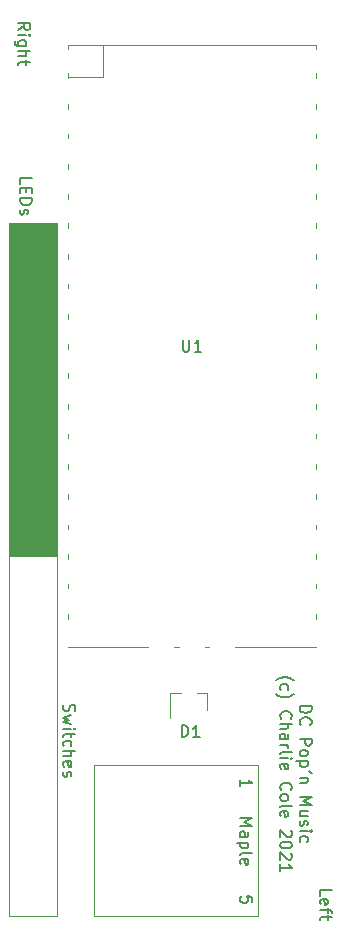
<source format=gbr>
G04 #@! TF.GenerationSoftware,KiCad,Pcbnew,(5.1.4-0-10_14)*
G04 #@! TF.CreationDate,2021-03-20T15:06:32+00:00*
G04 #@! TF.ProjectId,DriverBoard,44726976-6572-4426-9f61-72642e6b6963,rev?*
G04 #@! TF.SameCoordinates,Original*
G04 #@! TF.FileFunction,Legend,Top*
G04 #@! TF.FilePolarity,Positive*
%FSLAX46Y46*%
G04 Gerber Fmt 4.6, Leading zero omitted, Abs format (unit mm)*
G04 Created by KiCad (PCBNEW (5.1.4-0-10_14)) date 2021-03-20 15:06:32*
%MOMM*%
%LPD*%
G04 APERTURE LIST*
%ADD10C,0.150000*%
%ADD11C,0.120000*%
%ADD12C,0.100000*%
G04 APERTURE END LIST*
D10*
X75429619Y-78740714D02*
X76429619Y-78740714D01*
X76429619Y-78978809D01*
X76382000Y-79121666D01*
X76286761Y-79216904D01*
X76191523Y-79264523D01*
X76001047Y-79312142D01*
X75858190Y-79312142D01*
X75667714Y-79264523D01*
X75572476Y-79216904D01*
X75477238Y-79121666D01*
X75429619Y-78978809D01*
X75429619Y-78740714D01*
X75524857Y-80312142D02*
X75477238Y-80264523D01*
X75429619Y-80121666D01*
X75429619Y-80026428D01*
X75477238Y-79883571D01*
X75572476Y-79788333D01*
X75667714Y-79740714D01*
X75858190Y-79693095D01*
X76001047Y-79693095D01*
X76191523Y-79740714D01*
X76286761Y-79788333D01*
X76382000Y-79883571D01*
X76429619Y-80026428D01*
X76429619Y-80121666D01*
X76382000Y-80264523D01*
X76334380Y-80312142D01*
X75429619Y-81502619D02*
X76429619Y-81502619D01*
X76429619Y-81883571D01*
X76382000Y-81978809D01*
X76334380Y-82026428D01*
X76239142Y-82074047D01*
X76096285Y-82074047D01*
X76001047Y-82026428D01*
X75953428Y-81978809D01*
X75905809Y-81883571D01*
X75905809Y-81502619D01*
X75429619Y-82645476D02*
X75477238Y-82550238D01*
X75524857Y-82502619D01*
X75620095Y-82455000D01*
X75905809Y-82455000D01*
X76001047Y-82502619D01*
X76048666Y-82550238D01*
X76096285Y-82645476D01*
X76096285Y-82788333D01*
X76048666Y-82883571D01*
X76001047Y-82931190D01*
X75905809Y-82978809D01*
X75620095Y-82978809D01*
X75524857Y-82931190D01*
X75477238Y-82883571D01*
X75429619Y-82788333D01*
X75429619Y-82645476D01*
X76096285Y-83407380D02*
X75096285Y-83407380D01*
X76048666Y-83407380D02*
X76096285Y-83502619D01*
X76096285Y-83693095D01*
X76048666Y-83788333D01*
X76001047Y-83835952D01*
X75905809Y-83883571D01*
X75620095Y-83883571D01*
X75524857Y-83835952D01*
X75477238Y-83788333D01*
X75429619Y-83693095D01*
X75429619Y-83502619D01*
X75477238Y-83407380D01*
X76429619Y-84359761D02*
X76382000Y-84359761D01*
X76286761Y-84312142D01*
X76239142Y-84264523D01*
X76096285Y-84788333D02*
X75429619Y-84788333D01*
X76001047Y-84788333D02*
X76048666Y-84835952D01*
X76096285Y-84931190D01*
X76096285Y-85074047D01*
X76048666Y-85169285D01*
X75953428Y-85216904D01*
X75429619Y-85216904D01*
X75429619Y-86455000D02*
X76429619Y-86455000D01*
X75715333Y-86788333D01*
X76429619Y-87121666D01*
X75429619Y-87121666D01*
X76096285Y-88026428D02*
X75429619Y-88026428D01*
X76096285Y-87597857D02*
X75572476Y-87597857D01*
X75477238Y-87645476D01*
X75429619Y-87740714D01*
X75429619Y-87883571D01*
X75477238Y-87978809D01*
X75524857Y-88026428D01*
X75477238Y-88455000D02*
X75429619Y-88550238D01*
X75429619Y-88740714D01*
X75477238Y-88835952D01*
X75572476Y-88883571D01*
X75620095Y-88883571D01*
X75715333Y-88835952D01*
X75762952Y-88740714D01*
X75762952Y-88597857D01*
X75810571Y-88502619D01*
X75905809Y-88455000D01*
X75953428Y-88455000D01*
X76048666Y-88502619D01*
X76096285Y-88597857D01*
X76096285Y-88740714D01*
X76048666Y-88835952D01*
X75429619Y-89312142D02*
X76096285Y-89312142D01*
X76429619Y-89312142D02*
X76382000Y-89264523D01*
X76334380Y-89312142D01*
X76382000Y-89359761D01*
X76429619Y-89312142D01*
X76334380Y-89312142D01*
X75477238Y-90216904D02*
X75429619Y-90121666D01*
X75429619Y-89931190D01*
X75477238Y-89835952D01*
X75524857Y-89788333D01*
X75620095Y-89740714D01*
X75905809Y-89740714D01*
X76001047Y-89788333D01*
X76048666Y-89835952D01*
X76096285Y-89931190D01*
X76096285Y-90121666D01*
X76048666Y-90216904D01*
X73398666Y-76550238D02*
X73446285Y-76502619D01*
X73589142Y-76407380D01*
X73684380Y-76359761D01*
X73827238Y-76312142D01*
X74065333Y-76264523D01*
X74255809Y-76264523D01*
X74493904Y-76312142D01*
X74636761Y-76359761D01*
X74732000Y-76407380D01*
X74874857Y-76502619D01*
X74922476Y-76550238D01*
X73827238Y-77359761D02*
X73779619Y-77264523D01*
X73779619Y-77074047D01*
X73827238Y-76978809D01*
X73874857Y-76931190D01*
X73970095Y-76883571D01*
X74255809Y-76883571D01*
X74351047Y-76931190D01*
X74398666Y-76978809D01*
X74446285Y-77074047D01*
X74446285Y-77264523D01*
X74398666Y-77359761D01*
X73398666Y-77693095D02*
X73446285Y-77740714D01*
X73589142Y-77835952D01*
X73684380Y-77883571D01*
X73827238Y-77931190D01*
X74065333Y-77978809D01*
X74255809Y-77978809D01*
X74493904Y-77931190D01*
X74636761Y-77883571D01*
X74732000Y-77835952D01*
X74874857Y-77740714D01*
X74922476Y-77693095D01*
X73874857Y-79788333D02*
X73827238Y-79740714D01*
X73779619Y-79597857D01*
X73779619Y-79502619D01*
X73827238Y-79359761D01*
X73922476Y-79264523D01*
X74017714Y-79216904D01*
X74208190Y-79169285D01*
X74351047Y-79169285D01*
X74541523Y-79216904D01*
X74636761Y-79264523D01*
X74732000Y-79359761D01*
X74779619Y-79502619D01*
X74779619Y-79597857D01*
X74732000Y-79740714D01*
X74684380Y-79788333D01*
X73779619Y-80216904D02*
X74779619Y-80216904D01*
X73779619Y-80645476D02*
X74303428Y-80645476D01*
X74398666Y-80597857D01*
X74446285Y-80502619D01*
X74446285Y-80359761D01*
X74398666Y-80264523D01*
X74351047Y-80216904D01*
X73779619Y-81550238D02*
X74303428Y-81550238D01*
X74398666Y-81502619D01*
X74446285Y-81407380D01*
X74446285Y-81216904D01*
X74398666Y-81121666D01*
X73827238Y-81550238D02*
X73779619Y-81455000D01*
X73779619Y-81216904D01*
X73827238Y-81121666D01*
X73922476Y-81074047D01*
X74017714Y-81074047D01*
X74112952Y-81121666D01*
X74160571Y-81216904D01*
X74160571Y-81455000D01*
X74208190Y-81550238D01*
X73779619Y-82026428D02*
X74446285Y-82026428D01*
X74255809Y-82026428D02*
X74351047Y-82074047D01*
X74398666Y-82121666D01*
X74446285Y-82216904D01*
X74446285Y-82312142D01*
X73779619Y-82788333D02*
X73827238Y-82693095D01*
X73922476Y-82645476D01*
X74779619Y-82645476D01*
X73779619Y-83169285D02*
X74446285Y-83169285D01*
X74779619Y-83169285D02*
X74732000Y-83121666D01*
X74684380Y-83169285D01*
X74732000Y-83216904D01*
X74779619Y-83169285D01*
X74684380Y-83169285D01*
X73827238Y-84026428D02*
X73779619Y-83931190D01*
X73779619Y-83740714D01*
X73827238Y-83645476D01*
X73922476Y-83597857D01*
X74303428Y-83597857D01*
X74398666Y-83645476D01*
X74446285Y-83740714D01*
X74446285Y-83931190D01*
X74398666Y-84026428D01*
X74303428Y-84074047D01*
X74208190Y-84074047D01*
X74112952Y-83597857D01*
X73874857Y-85835952D02*
X73827238Y-85788333D01*
X73779619Y-85645476D01*
X73779619Y-85550238D01*
X73827238Y-85407380D01*
X73922476Y-85312142D01*
X74017714Y-85264523D01*
X74208190Y-85216904D01*
X74351047Y-85216904D01*
X74541523Y-85264523D01*
X74636761Y-85312142D01*
X74732000Y-85407380D01*
X74779619Y-85550238D01*
X74779619Y-85645476D01*
X74732000Y-85788333D01*
X74684380Y-85835952D01*
X73779619Y-86407380D02*
X73827238Y-86312142D01*
X73874857Y-86264523D01*
X73970095Y-86216904D01*
X74255809Y-86216904D01*
X74351047Y-86264523D01*
X74398666Y-86312142D01*
X74446285Y-86407380D01*
X74446285Y-86550238D01*
X74398666Y-86645476D01*
X74351047Y-86693095D01*
X74255809Y-86740714D01*
X73970095Y-86740714D01*
X73874857Y-86693095D01*
X73827238Y-86645476D01*
X73779619Y-86550238D01*
X73779619Y-86407380D01*
X73779619Y-87312142D02*
X73827238Y-87216904D01*
X73922476Y-87169285D01*
X74779619Y-87169285D01*
X73827238Y-88074047D02*
X73779619Y-87978809D01*
X73779619Y-87788333D01*
X73827238Y-87693095D01*
X73922476Y-87645476D01*
X74303428Y-87645476D01*
X74398666Y-87693095D01*
X74446285Y-87788333D01*
X74446285Y-87978809D01*
X74398666Y-88074047D01*
X74303428Y-88121666D01*
X74208190Y-88121666D01*
X74112952Y-87645476D01*
X74684380Y-89264523D02*
X74732000Y-89312142D01*
X74779619Y-89407380D01*
X74779619Y-89645476D01*
X74732000Y-89740714D01*
X74684380Y-89788333D01*
X74589142Y-89835952D01*
X74493904Y-89835952D01*
X74351047Y-89788333D01*
X73779619Y-89216904D01*
X73779619Y-89835952D01*
X74779619Y-90455000D02*
X74779619Y-90550238D01*
X74732000Y-90645476D01*
X74684380Y-90693095D01*
X74589142Y-90740714D01*
X74398666Y-90788333D01*
X74160571Y-90788333D01*
X73970095Y-90740714D01*
X73874857Y-90693095D01*
X73827238Y-90645476D01*
X73779619Y-90550238D01*
X73779619Y-90455000D01*
X73827238Y-90359761D01*
X73874857Y-90312142D01*
X73970095Y-90264523D01*
X74160571Y-90216904D01*
X74398666Y-90216904D01*
X74589142Y-90264523D01*
X74684380Y-90312142D01*
X74732000Y-90359761D01*
X74779619Y-90455000D01*
X74684380Y-91169285D02*
X74732000Y-91216904D01*
X74779619Y-91312142D01*
X74779619Y-91550238D01*
X74732000Y-91645476D01*
X74684380Y-91693095D01*
X74589142Y-91740714D01*
X74493904Y-91740714D01*
X74351047Y-91693095D01*
X73779619Y-91121666D01*
X73779619Y-91740714D01*
X73779619Y-92693095D02*
X73779619Y-92121666D01*
X73779619Y-92407380D02*
X74779619Y-92407380D01*
X74636761Y-92312142D01*
X74541523Y-92216904D01*
X74493904Y-92121666D01*
X77144619Y-94813523D02*
X77144619Y-94337333D01*
X78144619Y-94337333D01*
X77192238Y-95527809D02*
X77144619Y-95432571D01*
X77144619Y-95242095D01*
X77192238Y-95146857D01*
X77287476Y-95099238D01*
X77668428Y-95099238D01*
X77763666Y-95146857D01*
X77811285Y-95242095D01*
X77811285Y-95432571D01*
X77763666Y-95527809D01*
X77668428Y-95575428D01*
X77573190Y-95575428D01*
X77477952Y-95099238D01*
X77811285Y-95861142D02*
X77811285Y-96242095D01*
X77144619Y-96004000D02*
X78001761Y-96004000D01*
X78097000Y-96051619D01*
X78144619Y-96146857D01*
X78144619Y-96242095D01*
X77811285Y-96432571D02*
X77811285Y-96813523D01*
X78144619Y-96575428D02*
X77287476Y-96575428D01*
X77192238Y-96623047D01*
X77144619Y-96718285D01*
X77144619Y-96813523D01*
X51617619Y-21486952D02*
X52093809Y-21153619D01*
X51617619Y-20915523D02*
X52617619Y-20915523D01*
X52617619Y-21296476D01*
X52570000Y-21391714D01*
X52522380Y-21439333D01*
X52427142Y-21486952D01*
X52284285Y-21486952D01*
X52189047Y-21439333D01*
X52141428Y-21391714D01*
X52093809Y-21296476D01*
X52093809Y-20915523D01*
X51617619Y-21915523D02*
X52284285Y-21915523D01*
X52617619Y-21915523D02*
X52570000Y-21867904D01*
X52522380Y-21915523D01*
X52570000Y-21963142D01*
X52617619Y-21915523D01*
X52522380Y-21915523D01*
X52284285Y-22820285D02*
X51474761Y-22820285D01*
X51379523Y-22772666D01*
X51331904Y-22725047D01*
X51284285Y-22629809D01*
X51284285Y-22486952D01*
X51331904Y-22391714D01*
X51665238Y-22820285D02*
X51617619Y-22725047D01*
X51617619Y-22534571D01*
X51665238Y-22439333D01*
X51712857Y-22391714D01*
X51808095Y-22344095D01*
X52093809Y-22344095D01*
X52189047Y-22391714D01*
X52236666Y-22439333D01*
X52284285Y-22534571D01*
X52284285Y-22725047D01*
X52236666Y-22820285D01*
X51617619Y-23296476D02*
X52617619Y-23296476D01*
X51617619Y-23725047D02*
X52141428Y-23725047D01*
X52236666Y-23677428D01*
X52284285Y-23582190D01*
X52284285Y-23439333D01*
X52236666Y-23344095D01*
X52189047Y-23296476D01*
X52284285Y-24058380D02*
X52284285Y-24439333D01*
X52617619Y-24201238D02*
X51760476Y-24201238D01*
X51665238Y-24248857D01*
X51617619Y-24344095D01*
X51617619Y-24439333D01*
X55475238Y-78613380D02*
X55427619Y-78756238D01*
X55427619Y-78994333D01*
X55475238Y-79089571D01*
X55522857Y-79137190D01*
X55618095Y-79184809D01*
X55713333Y-79184809D01*
X55808571Y-79137190D01*
X55856190Y-79089571D01*
X55903809Y-78994333D01*
X55951428Y-78803857D01*
X55999047Y-78708619D01*
X56046666Y-78661000D01*
X56141904Y-78613380D01*
X56237142Y-78613380D01*
X56332380Y-78661000D01*
X56380000Y-78708619D01*
X56427619Y-78803857D01*
X56427619Y-79041952D01*
X56380000Y-79184809D01*
X56094285Y-79518142D02*
X55427619Y-79708619D01*
X55903809Y-79899095D01*
X55427619Y-80089571D01*
X56094285Y-80280047D01*
X55427619Y-80661000D02*
X56094285Y-80661000D01*
X56427619Y-80661000D02*
X56380000Y-80613380D01*
X56332380Y-80661000D01*
X56380000Y-80708619D01*
X56427619Y-80661000D01*
X56332380Y-80661000D01*
X56094285Y-80994333D02*
X56094285Y-81375285D01*
X56427619Y-81137190D02*
X55570476Y-81137190D01*
X55475238Y-81184809D01*
X55427619Y-81280047D01*
X55427619Y-81375285D01*
X55475238Y-82137190D02*
X55427619Y-82041952D01*
X55427619Y-81851476D01*
X55475238Y-81756238D01*
X55522857Y-81708619D01*
X55618095Y-81661000D01*
X55903809Y-81661000D01*
X55999047Y-81708619D01*
X56046666Y-81756238D01*
X56094285Y-81851476D01*
X56094285Y-82041952D01*
X56046666Y-82137190D01*
X55427619Y-82565761D02*
X56427619Y-82565761D01*
X55427619Y-82994333D02*
X55951428Y-82994333D01*
X56046666Y-82946714D01*
X56094285Y-82851476D01*
X56094285Y-82708619D01*
X56046666Y-82613380D01*
X55999047Y-82565761D01*
X55475238Y-83851476D02*
X55427619Y-83756238D01*
X55427619Y-83565761D01*
X55475238Y-83470523D01*
X55570476Y-83422904D01*
X55951428Y-83422904D01*
X56046666Y-83470523D01*
X56094285Y-83565761D01*
X56094285Y-83756238D01*
X56046666Y-83851476D01*
X55951428Y-83899095D01*
X55856190Y-83899095D01*
X55760952Y-83422904D01*
X55475238Y-84280047D02*
X55427619Y-84375285D01*
X55427619Y-84565761D01*
X55475238Y-84661000D01*
X55570476Y-84708619D01*
X55618095Y-84708619D01*
X55713333Y-84661000D01*
X55760952Y-84565761D01*
X55760952Y-84422904D01*
X55808571Y-84327666D01*
X55903809Y-84280047D01*
X55951428Y-84280047D01*
X56046666Y-84327666D01*
X56094285Y-84422904D01*
X56094285Y-84565761D01*
X56046666Y-84661000D01*
X51744619Y-34512380D02*
X51744619Y-34036190D01*
X52744619Y-34036190D01*
X52268428Y-34845714D02*
X52268428Y-35179047D01*
X51744619Y-35321904D02*
X51744619Y-34845714D01*
X52744619Y-34845714D01*
X52744619Y-35321904D01*
X51744619Y-35750476D02*
X52744619Y-35750476D01*
X52744619Y-35988571D01*
X52697000Y-36131428D01*
X52601761Y-36226666D01*
X52506523Y-36274285D01*
X52316047Y-36321904D01*
X52173190Y-36321904D01*
X51982714Y-36274285D01*
X51887476Y-36226666D01*
X51792238Y-36131428D01*
X51744619Y-35988571D01*
X51744619Y-35750476D01*
X51792238Y-36702857D02*
X51744619Y-36798095D01*
X51744619Y-36988571D01*
X51792238Y-37083809D01*
X51887476Y-37131428D01*
X51935095Y-37131428D01*
X52030333Y-37083809D01*
X52077952Y-36988571D01*
X52077952Y-36845714D01*
X52125571Y-36750476D01*
X52220809Y-36702857D01*
X52268428Y-36702857D01*
X52363666Y-36750476D01*
X52411285Y-36845714D01*
X52411285Y-36988571D01*
X52363666Y-37083809D01*
D11*
X50800000Y-66040000D02*
X54864000Y-66040000D01*
X50800000Y-96520000D02*
X50800000Y-66040000D01*
X54864000Y-96520000D02*
X50800000Y-96520000D01*
X54864000Y-65913000D02*
X54864000Y-96520000D01*
X58039000Y-83693000D02*
X58166000Y-83693000D01*
X58039000Y-96520000D02*
X58039000Y-83693000D01*
X71882000Y-96520000D02*
X58039000Y-96520000D01*
X71882000Y-83693000D02*
X71882000Y-96520000D01*
X58166000Y-83693000D02*
X71882000Y-83693000D01*
D10*
X70413619Y-85527142D02*
X70413619Y-84955714D01*
X70413619Y-85241428D02*
X71413619Y-85241428D01*
X71270761Y-85146190D01*
X71175523Y-85050952D01*
X71127904Y-84955714D01*
X70413619Y-88241428D02*
X71413619Y-88241428D01*
X70699333Y-88574761D01*
X71413619Y-88908095D01*
X70413619Y-88908095D01*
X70413619Y-89812857D02*
X70937428Y-89812857D01*
X71032666Y-89765238D01*
X71080285Y-89670000D01*
X71080285Y-89479523D01*
X71032666Y-89384285D01*
X70461238Y-89812857D02*
X70413619Y-89717619D01*
X70413619Y-89479523D01*
X70461238Y-89384285D01*
X70556476Y-89336666D01*
X70651714Y-89336666D01*
X70746952Y-89384285D01*
X70794571Y-89479523D01*
X70794571Y-89717619D01*
X70842190Y-89812857D01*
X71080285Y-90289047D02*
X70080285Y-90289047D01*
X71032666Y-90289047D02*
X71080285Y-90384285D01*
X71080285Y-90574761D01*
X71032666Y-90670000D01*
X70985047Y-90717619D01*
X70889809Y-90765238D01*
X70604095Y-90765238D01*
X70508857Y-90717619D01*
X70461238Y-90670000D01*
X70413619Y-90574761D01*
X70413619Y-90384285D01*
X70461238Y-90289047D01*
X70413619Y-91336666D02*
X70461238Y-91241428D01*
X70556476Y-91193809D01*
X71413619Y-91193809D01*
X70461238Y-92098571D02*
X70413619Y-92003333D01*
X70413619Y-91812857D01*
X70461238Y-91717619D01*
X70556476Y-91670000D01*
X70937428Y-91670000D01*
X71032666Y-91717619D01*
X71080285Y-91812857D01*
X71080285Y-92003333D01*
X71032666Y-92098571D01*
X70937428Y-92146190D01*
X70842190Y-92146190D01*
X70746952Y-91670000D01*
X71413619Y-95336666D02*
X71413619Y-94860476D01*
X70937428Y-94812857D01*
X70985047Y-94860476D01*
X71032666Y-94955714D01*
X71032666Y-95193809D01*
X70985047Y-95289047D01*
X70937428Y-95336666D01*
X70842190Y-95384285D01*
X70604095Y-95384285D01*
X70508857Y-95336666D01*
X70461238Y-95289047D01*
X70413619Y-95193809D01*
X70413619Y-94955714D01*
X70461238Y-94860476D01*
X70508857Y-94812857D01*
D12*
G36*
X54864000Y-65913000D02*
G01*
X50800000Y-65913000D01*
X50800000Y-37846000D01*
X54864000Y-37846000D01*
X54864000Y-65913000D01*
G37*
X54864000Y-65913000D02*
X50800000Y-65913000D01*
X50800000Y-37846000D01*
X54864000Y-37846000D01*
X54864000Y-65913000D01*
D11*
X67620000Y-77599000D02*
X66690000Y-77599000D01*
X64460000Y-77599000D02*
X65390000Y-77599000D01*
X64460000Y-77599000D02*
X64460000Y-79759000D01*
X67620000Y-77599000D02*
X67620000Y-79059000D01*
X67383840Y-73760000D02*
X67783840Y-73760000D01*
X64783840Y-73760000D02*
X65183840Y-73760000D01*
X76783840Y-73760000D02*
X69983840Y-73760000D01*
X76783840Y-63360000D02*
X76783840Y-63760000D01*
X76783840Y-55660000D02*
X76783840Y-56060000D01*
X76783840Y-30260000D02*
X76783840Y-30660000D01*
X76783840Y-22760000D02*
X76783840Y-23060000D01*
X76783840Y-45560000D02*
X76783840Y-45960000D01*
X76783840Y-60760000D02*
X76783840Y-61160000D01*
X76783840Y-40460000D02*
X76783840Y-40860000D01*
X76783840Y-35360000D02*
X76783840Y-35760000D01*
X76783840Y-48060000D02*
X76783840Y-48460000D01*
X76783840Y-53160000D02*
X76783840Y-53560000D01*
X76783840Y-68360000D02*
X76783840Y-68760000D01*
X76783840Y-70960000D02*
X76783840Y-71360000D01*
X76783840Y-65860000D02*
X76783840Y-66260000D01*
X76783840Y-32860000D02*
X76783840Y-33260000D01*
X76783840Y-25160000D02*
X76783840Y-25560000D01*
X76783840Y-27760000D02*
X76783840Y-28160000D01*
X76783840Y-58260000D02*
X76783840Y-58660000D01*
X76783840Y-50560000D02*
X76783840Y-50960000D01*
X76783840Y-42960000D02*
X76783840Y-43360000D01*
X76783840Y-37860000D02*
X76783840Y-38260000D01*
X55783840Y-70960000D02*
X55783840Y-71360000D01*
X55783840Y-68360000D02*
X55783840Y-68760000D01*
X55783840Y-65860000D02*
X55783840Y-66260000D01*
X55783840Y-63360000D02*
X55783840Y-63760000D01*
X55783840Y-60760000D02*
X55783840Y-61160000D01*
X55783840Y-58260000D02*
X55783840Y-58660000D01*
X55783840Y-55660000D02*
X55783840Y-56060000D01*
X55783840Y-53160000D02*
X55783840Y-53560000D01*
X55783840Y-50560000D02*
X55783840Y-50960000D01*
X55783840Y-48060000D02*
X55783840Y-48460000D01*
X55783840Y-45560000D02*
X55783840Y-45960000D01*
X55783840Y-42960000D02*
X55783840Y-43360000D01*
X55783840Y-40460000D02*
X55783840Y-40860000D01*
X55783840Y-37860000D02*
X55783840Y-38260000D01*
X55783840Y-35360000D02*
X55783840Y-35760000D01*
X55783840Y-32860000D02*
X55783840Y-33260000D01*
X55783840Y-30260000D02*
X55783840Y-30660000D01*
X55783840Y-27760000D02*
X55783840Y-28160000D01*
X55783840Y-25160000D02*
X55783840Y-25560000D01*
X55783840Y-22760000D02*
X55783840Y-23060000D01*
X58790840Y-25427000D02*
X58790840Y-22760000D01*
X55783840Y-25427000D02*
X58790840Y-25427000D01*
X62583840Y-73760000D02*
X55783840Y-73760000D01*
X55783840Y-22760000D02*
X76783840Y-22760000D01*
D10*
X65428904Y-81351380D02*
X65428904Y-80351380D01*
X65667000Y-80351380D01*
X65809857Y-80399000D01*
X65905095Y-80494238D01*
X65952714Y-80589476D01*
X66000333Y-80779952D01*
X66000333Y-80922809D01*
X65952714Y-81113285D01*
X65905095Y-81208523D01*
X65809857Y-81303761D01*
X65667000Y-81351380D01*
X65428904Y-81351380D01*
X66952714Y-81351380D02*
X66381285Y-81351380D01*
X66667000Y-81351380D02*
X66667000Y-80351380D01*
X66571761Y-80494238D01*
X66476523Y-80589476D01*
X66381285Y-80637095D01*
X65521935Y-47712380D02*
X65521935Y-48521904D01*
X65569554Y-48617142D01*
X65617173Y-48664761D01*
X65712411Y-48712380D01*
X65902887Y-48712380D01*
X65998125Y-48664761D01*
X66045744Y-48617142D01*
X66093363Y-48521904D01*
X66093363Y-47712380D01*
X67093363Y-48712380D02*
X66521935Y-48712380D01*
X66807649Y-48712380D02*
X66807649Y-47712380D01*
X66712411Y-47855238D01*
X66617173Y-47950476D01*
X66521935Y-47998095D01*
M02*

</source>
